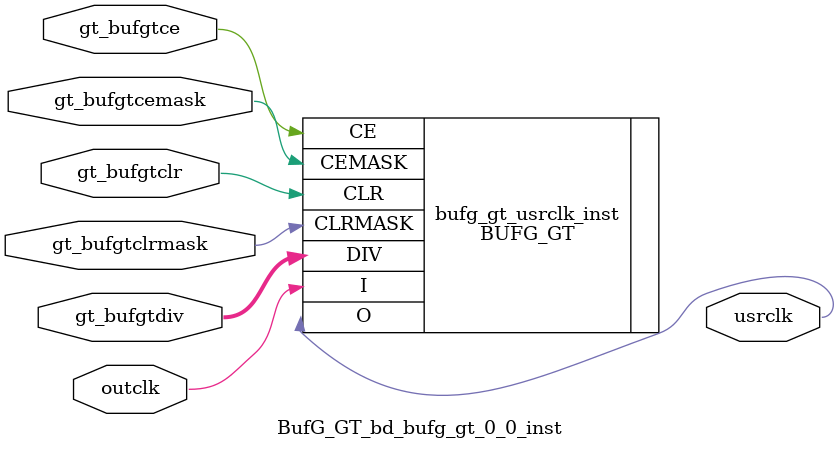
<source format=v>




`timescale 1ns / 1ps



module BufG_GT_bd_bufg_gt_0_0_inst  (
    input outclk,
    input gt_bufgtce,
    input gt_bufgtcemask,
    input gt_bufgtclr,
    input gt_bufgtclrmask,
    input [2:0] gt_bufgtdiv,
    output usrclk
    );
     
      wire sync_ce;
      wire sync_clr;

      //BUFG_GT_SYNC sync_clr_ce (.CESYNC(sync_ce), .CLRSYNC(sync_clr), .CE(gt_bufgtce), .CLK(outclk), .CLR(gt_bufgtclr));
    //assign usrclk = outclk;
      BUFG_GT #(
        .SIM_DEVICE ("VERSAL_AI_EDGE")
      ) bufg_gt_usrclk_inst (
        .CE      (gt_bufgtce),
        .CEMASK  (gt_bufgtcemask),
        .CLR     (gt_bufgtclr),
        .CLRMASK (gt_bufgtclrmask),
        .DIV     (gt_bufgtdiv),
        .I       (outclk),
        .O       (usrclk)
      );
endmodule
//------}

</source>
